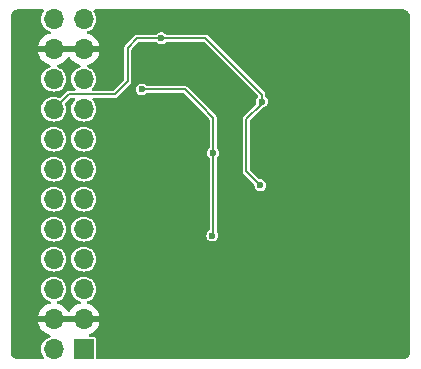
<source format=gbr>
%TF.GenerationSoftware,KiCad,Pcbnew,8.99.0-unknown-77b1d367df~178~ubuntu23.10.1*%
%TF.CreationDate,2024-11-09T00:31:48-05:00*%
%TF.ProjectId,24PinINA333,32345069-6e49-44e4-9133-33332e6b6963,rev?*%
%TF.SameCoordinates,Original*%
%TF.FileFunction,Copper,L4,Bot*%
%TF.FilePolarity,Positive*%
%FSLAX46Y46*%
G04 Gerber Fmt 4.6, Leading zero omitted, Abs format (unit mm)*
G04 Created by KiCad (PCBNEW 8.99.0-unknown-77b1d367df~178~ubuntu23.10.1) date 2024-11-09 00:31:48*
%MOMM*%
%LPD*%
G01*
G04 APERTURE LIST*
%TA.AperFunction,ComponentPad*%
%ADD10R,1.700000X1.700000*%
%TD*%
%TA.AperFunction,ComponentPad*%
%ADD11O,1.700000X1.700000*%
%TD*%
%TA.AperFunction,ViaPad*%
%ADD12C,0.600000*%
%TD*%
%TA.AperFunction,Conductor*%
%ADD13C,0.200000*%
%TD*%
G04 APERTURE END LIST*
D10*
%TO.P,J1,1,Pin_1*%
%TO.N,/SDA{slash}A4*%
X115650000Y-103975000D03*
D11*
%TO.P,J1,2,Pin_2*%
%TO.N,/SCL{slash}A5*%
X113110000Y-103975000D03*
%TO.P,J1,3,Pin_3*%
%TO.N,GND*%
X115650000Y-101435000D03*
%TO.P,J1,4,Pin_4*%
X113110000Y-101435000D03*
%TO.P,J1,5,Pin_5*%
%TO.N,/IN0+*%
X115650000Y-98895000D03*
%TO.P,J1,6,Pin_6*%
%TO.N,/VREF*%
X113110000Y-98895000D03*
%TO.P,J1,7,Pin_7*%
%TO.N,unconnected-(J1-Pin_7-Pad7)*%
X115650000Y-96355000D03*
%TO.P,J1,8,Pin_8*%
%TO.N,unconnected-(J1-Pin_8-Pad8)*%
X113110000Y-96355000D03*
%TO.P,J1,9,Pin_9*%
%TO.N,unconnected-(J1-Pin_9-Pad9)*%
X115650000Y-93815000D03*
%TO.P,J1,10,Pin_10*%
%TO.N,unconnected-(J1-Pin_10-Pad10)*%
X113110000Y-93815000D03*
%TO.P,J1,11,Pin_11*%
%TO.N,unconnected-(J1-Pin_11-Pad11)*%
X115650000Y-91275000D03*
%TO.P,J1,12,Pin_12*%
%TO.N,unconnected-(J1-Pin_12-Pad12)*%
X113110000Y-91275000D03*
%TO.P,J1,13,Pin_13*%
%TO.N,unconnected-(J1-Pin_13-Pad13)*%
X115650000Y-88735000D03*
%TO.P,J1,14,Pin_14*%
%TO.N,unconnected-(J1-Pin_14-Pad14)*%
X113110000Y-88735000D03*
%TO.P,J1,15,Pin_15*%
%TO.N,unconnected-(J1-Pin_15-Pad15)*%
X115650000Y-86195000D03*
%TO.P,J1,16,Pin_16*%
%TO.N,unconnected-(J1-Pin_16-Pad16)*%
X113110000Y-86195000D03*
%TO.P,J1,17,Pin_17*%
%TO.N,/IN6+*%
X115650000Y-83655000D03*
%TO.P,J1,18,Pin_18*%
%TO.N,/VREF*%
X113110000Y-83655000D03*
%TO.P,J1,19,Pin_19*%
%TO.N,unconnected-(J1-Pin_19-Pad19)*%
X115650000Y-81115000D03*
%TO.P,J1,20,Pin_20*%
%TO.N,unconnected-(J1-Pin_20-Pad20)*%
X113110000Y-81115000D03*
%TO.P,J1,21,Pin_21*%
%TO.N,GND*%
X115650000Y-78575000D03*
%TO.P,J1,22,Pin_22*%
X113110000Y-78575000D03*
%TO.P,J1,23,Pin_23*%
%TO.N,/A0*%
X115650000Y-76035000D03*
%TO.P,J1,24,Pin_24*%
%TO.N,VIN*%
X113110000Y-76035000D03*
%TD*%
D12*
%TO.N,VIN*%
X126540000Y-94350000D03*
X120580000Y-81980000D03*
X126600000Y-87350000D03*
%TO.N,GND*%
X135070000Y-92080000D03*
X134970000Y-85190000D03*
X117610000Y-77640000D03*
X133110000Y-90930000D03*
X122610000Y-81160000D03*
X118200000Y-76090000D03*
X127500000Y-89710000D03*
X133240000Y-83920000D03*
X118080000Y-81100000D03*
X117640000Y-78600000D03*
X127490000Y-96780000D03*
%TO.N,/VREF*%
X130610000Y-90100000D03*
X122210000Y-77650000D03*
X130730000Y-83020000D03*
%TD*%
D13*
%TO.N,VIN*%
X124220000Y-81980000D02*
X120580000Y-81980000D01*
X126600000Y-84360000D02*
X125580000Y-83340000D01*
X126600000Y-87350000D02*
X126600000Y-84360000D01*
X126600000Y-87350000D02*
X126600000Y-94290000D01*
X125580000Y-83340000D02*
X124220000Y-81980000D01*
X126600000Y-94290000D02*
X126540000Y-94350000D01*
%TO.N,/VREF*%
X130610000Y-90100000D02*
X129410000Y-88900000D01*
X130730000Y-82420000D02*
X130480000Y-82170000D01*
X114365000Y-82400000D02*
X113110000Y-83655000D01*
X130480000Y-82170000D02*
X125960000Y-77650000D01*
X119390000Y-81270000D02*
X118260000Y-82400000D01*
X130730000Y-83190000D02*
X130730000Y-83020000D01*
X118260000Y-82400000D02*
X114365000Y-82400000D01*
X129410000Y-88900000D02*
X129410000Y-84510000D01*
X120190000Y-77650000D02*
X119390000Y-78450000D01*
X119390000Y-78450000D02*
X119390000Y-81270000D01*
X130730000Y-83020000D02*
X130730000Y-82420000D01*
X122210000Y-77650000D02*
X120190000Y-77650000D01*
X125960000Y-77650000D02*
X122210000Y-77650000D01*
X129410000Y-84510000D02*
X130730000Y-83190000D01*
%TD*%
%TA.AperFunction,Conductor*%
%TO.N,GND*%
G36*
X112236643Y-75225185D02*
G01*
X112282398Y-75277989D01*
X112292342Y-75347147D01*
X112265458Y-75408164D01*
X112232317Y-75448546D01*
X112134769Y-75631043D01*
X112134768Y-75631045D01*
X112134768Y-75631046D01*
X112127898Y-75653692D01*
X112074699Y-75829067D01*
X112054417Y-76035000D01*
X112074699Y-76240932D01*
X112074700Y-76240934D01*
X112134768Y-76438954D01*
X112232315Y-76621450D01*
X112232317Y-76621452D01*
X112363589Y-76781410D01*
X112460209Y-76860702D01*
X112523550Y-76912685D01*
X112706046Y-77010232D01*
X112772551Y-77030405D01*
X112830989Y-77068702D01*
X112859446Y-77132514D01*
X112848887Y-77201581D01*
X112802663Y-77253975D01*
X112768650Y-77268841D01*
X112646514Y-77301567D01*
X112646507Y-77301570D01*
X112432422Y-77401399D01*
X112432420Y-77401400D01*
X112238926Y-77536886D01*
X112238920Y-77536891D01*
X112071891Y-77703920D01*
X112071886Y-77703926D01*
X111936400Y-77897420D01*
X111936399Y-77897422D01*
X111836570Y-78111507D01*
X111836567Y-78111513D01*
X111779364Y-78324999D01*
X111779364Y-78325000D01*
X112676988Y-78325000D01*
X112644075Y-78382007D01*
X112610000Y-78509174D01*
X112610000Y-78640826D01*
X112644075Y-78767993D01*
X112676988Y-78825000D01*
X111779364Y-78825000D01*
X111836567Y-79038486D01*
X111836570Y-79038492D01*
X111936399Y-79252578D01*
X112071894Y-79446082D01*
X112238917Y-79613105D01*
X112432421Y-79748600D01*
X112646507Y-79848429D01*
X112646516Y-79848433D01*
X112768649Y-79881158D01*
X112828310Y-79917523D01*
X112858839Y-79980369D01*
X112850545Y-80049745D01*
X112806059Y-80103623D01*
X112772552Y-80119593D01*
X112706046Y-80139767D01*
X112575358Y-80209622D01*
X112523550Y-80237315D01*
X112523548Y-80237316D01*
X112523547Y-80237317D01*
X112363589Y-80368589D01*
X112232317Y-80528547D01*
X112134769Y-80711043D01*
X112074699Y-80909067D01*
X112054417Y-81115000D01*
X112074699Y-81320932D01*
X112074700Y-81320934D01*
X112134768Y-81518954D01*
X112232315Y-81701450D01*
X112263575Y-81739541D01*
X112363589Y-81861410D01*
X112403663Y-81894297D01*
X112523550Y-81992685D01*
X112706046Y-82090232D01*
X112904066Y-82150300D01*
X112904065Y-82150300D01*
X112922529Y-82152118D01*
X113110000Y-82170583D01*
X113315934Y-82150300D01*
X113513954Y-82090232D01*
X113696450Y-81992685D01*
X113856410Y-81861410D01*
X113987685Y-81701450D01*
X114085232Y-81518954D01*
X114145300Y-81320934D01*
X114165583Y-81115000D01*
X114145300Y-80909066D01*
X114085232Y-80711046D01*
X113987685Y-80528550D01*
X113935702Y-80465209D01*
X113856410Y-80368589D01*
X113696452Y-80237317D01*
X113696453Y-80237317D01*
X113696450Y-80237315D01*
X113513954Y-80139768D01*
X113447447Y-80119593D01*
X113389009Y-80081296D01*
X113360553Y-80017484D01*
X113371113Y-79948417D01*
X113417337Y-79896023D01*
X113451350Y-79881158D01*
X113573483Y-79848433D01*
X113573492Y-79848429D01*
X113787578Y-79748600D01*
X113981082Y-79613105D01*
X114148105Y-79446082D01*
X114278425Y-79259968D01*
X114333002Y-79216344D01*
X114402501Y-79209151D01*
X114464855Y-79240673D01*
X114481575Y-79259968D01*
X114611894Y-79446082D01*
X114778917Y-79613105D01*
X114972421Y-79748600D01*
X115186507Y-79848429D01*
X115186516Y-79848433D01*
X115308649Y-79881158D01*
X115368310Y-79917523D01*
X115398839Y-79980369D01*
X115390545Y-80049745D01*
X115346059Y-80103623D01*
X115312552Y-80119593D01*
X115246046Y-80139767D01*
X115115358Y-80209622D01*
X115063550Y-80237315D01*
X115063548Y-80237316D01*
X115063547Y-80237317D01*
X114903589Y-80368589D01*
X114772317Y-80528547D01*
X114674769Y-80711043D01*
X114614699Y-80909067D01*
X114594417Y-81115000D01*
X114614699Y-81320932D01*
X114614700Y-81320934D01*
X114674768Y-81518954D01*
X114772315Y-81701450D01*
X114884003Y-81837543D01*
X114903590Y-81861410D01*
X114925811Y-81879647D01*
X114965145Y-81937393D01*
X114967016Y-82007237D01*
X114930828Y-82067006D01*
X114868072Y-82097721D01*
X114847146Y-82099500D01*
X114325438Y-82099500D01*
X114294867Y-82107691D01*
X114249008Y-82119979D01*
X114249005Y-82119981D01*
X114214371Y-82139978D01*
X114214370Y-82139979D01*
X114204303Y-82145790D01*
X114180489Y-82159539D01*
X114180487Y-82159541D01*
X113674326Y-82665701D01*
X113613003Y-82699186D01*
X113543311Y-82694202D01*
X113528193Y-82687379D01*
X113513956Y-82679769D01*
X113513955Y-82679768D01*
X113513954Y-82679768D01*
X113315934Y-82619700D01*
X113315932Y-82619699D01*
X113315934Y-82619699D01*
X113110000Y-82599417D01*
X112904067Y-82619699D01*
X112706043Y-82679769D01*
X112599312Y-82736819D01*
X112523550Y-82777315D01*
X112523548Y-82777316D01*
X112523547Y-82777317D01*
X112363589Y-82908589D01*
X112232317Y-83068547D01*
X112232315Y-83068550D01*
X112193643Y-83140898D01*
X112134769Y-83251043D01*
X112074699Y-83449067D01*
X112054417Y-83655000D01*
X112074699Y-83860932D01*
X112074700Y-83860934D01*
X112134768Y-84058954D01*
X112232315Y-84241450D01*
X112232317Y-84241452D01*
X112363589Y-84401410D01*
X112460209Y-84480702D01*
X112523550Y-84532685D01*
X112706046Y-84630232D01*
X112904066Y-84690300D01*
X112904065Y-84690300D01*
X112922529Y-84692118D01*
X113110000Y-84710583D01*
X113315934Y-84690300D01*
X113513954Y-84630232D01*
X113696450Y-84532685D01*
X113856410Y-84401410D01*
X113987685Y-84241450D01*
X114085232Y-84058954D01*
X114145300Y-83860934D01*
X114165583Y-83655000D01*
X114145300Y-83449066D01*
X114085232Y-83251046D01*
X114077620Y-83236806D01*
X114063379Y-83168404D01*
X114088379Y-83103160D01*
X114099298Y-83090672D01*
X114453152Y-82736819D01*
X114514475Y-82703334D01*
X114540833Y-82700500D01*
X114812317Y-82700500D01*
X114879356Y-82720185D01*
X114925111Y-82772989D01*
X114935055Y-82842147D01*
X114907024Y-82903526D01*
X114907455Y-82903880D01*
X114906119Y-82905507D01*
X114906030Y-82905703D01*
X114905430Y-82906346D01*
X114772317Y-83068547D01*
X114772315Y-83068550D01*
X114733643Y-83140898D01*
X114674769Y-83251043D01*
X114614699Y-83449067D01*
X114594417Y-83655000D01*
X114614699Y-83860932D01*
X114614700Y-83860934D01*
X114674768Y-84058954D01*
X114772315Y-84241450D01*
X114772317Y-84241452D01*
X114903589Y-84401410D01*
X115000209Y-84480702D01*
X115063550Y-84532685D01*
X115246046Y-84630232D01*
X115444066Y-84690300D01*
X115444065Y-84690300D01*
X115462529Y-84692118D01*
X115650000Y-84710583D01*
X115855934Y-84690300D01*
X116053954Y-84630232D01*
X116236450Y-84532685D01*
X116396410Y-84401410D01*
X116527685Y-84241450D01*
X116625232Y-84058954D01*
X116685300Y-83860934D01*
X116705583Y-83655000D01*
X116685300Y-83449066D01*
X116625232Y-83251046D01*
X116527685Y-83068550D01*
X116396410Y-82908590D01*
X116396411Y-82908590D01*
X116392545Y-82903880D01*
X116394564Y-82902222D01*
X116366517Y-82850858D01*
X116371501Y-82781166D01*
X116413373Y-82725233D01*
X116478837Y-82700816D01*
X116487683Y-82700500D01*
X118299560Y-82700500D01*
X118299562Y-82700500D01*
X118375989Y-82680021D01*
X118444511Y-82640460D01*
X118500460Y-82584511D01*
X119104971Y-81980000D01*
X120074353Y-81980000D01*
X120094834Y-82122456D01*
X120146458Y-82235495D01*
X120154623Y-82253373D01*
X120248872Y-82362143D01*
X120369947Y-82439953D01*
X120369950Y-82439954D01*
X120369949Y-82439954D01*
X120508036Y-82480499D01*
X120508038Y-82480500D01*
X120508039Y-82480500D01*
X120651962Y-82480500D01*
X120651962Y-82480499D01*
X120790053Y-82439953D01*
X120911128Y-82362143D01*
X120944788Y-82323296D01*
X121003567Y-82285523D01*
X121038501Y-82280500D01*
X124044167Y-82280500D01*
X124111206Y-82300185D01*
X124131848Y-82316819D01*
X126263181Y-84448152D01*
X126296666Y-84509475D01*
X126299500Y-84535833D01*
X126299500Y-86886260D01*
X126279815Y-86953299D01*
X126269213Y-86967462D01*
X126174625Y-87076622D01*
X126174622Y-87076628D01*
X126114834Y-87207543D01*
X126094353Y-87350000D01*
X126114834Y-87492456D01*
X126174622Y-87623371D01*
X126174623Y-87623373D01*
X126268872Y-87732143D01*
X126268875Y-87732144D01*
X126269213Y-87732535D01*
X126298238Y-87796091D01*
X126299500Y-87813738D01*
X126299500Y-93841905D01*
X126279815Y-93908944D01*
X126242540Y-93946219D01*
X126228092Y-93955505D01*
X126208873Y-93967856D01*
X126114623Y-94076626D01*
X126114622Y-94076628D01*
X126054834Y-94207543D01*
X126034353Y-94350000D01*
X126054834Y-94492456D01*
X126086325Y-94561410D01*
X126114623Y-94623373D01*
X126208872Y-94732143D01*
X126329947Y-94809953D01*
X126329950Y-94809954D01*
X126329949Y-94809954D01*
X126468036Y-94850499D01*
X126468038Y-94850500D01*
X126468039Y-94850500D01*
X126611962Y-94850500D01*
X126611962Y-94850499D01*
X126750053Y-94809953D01*
X126871128Y-94732143D01*
X126965377Y-94623373D01*
X127025165Y-94492457D01*
X127045647Y-94350000D01*
X127025165Y-94207543D01*
X126965377Y-94076627D01*
X126930786Y-94036706D01*
X126901762Y-93973152D01*
X126900500Y-93955505D01*
X126900500Y-87813738D01*
X126920185Y-87746699D01*
X126930787Y-87732535D01*
X126931124Y-87732144D01*
X126931128Y-87732143D01*
X127025377Y-87623373D01*
X127085165Y-87492457D01*
X127105647Y-87350000D01*
X127085165Y-87207543D01*
X127025377Y-87076627D01*
X127025375Y-87076625D01*
X127025374Y-87076622D01*
X126930787Y-86967462D01*
X126901762Y-86903906D01*
X126900500Y-86886260D01*
X126900500Y-84320439D01*
X126900500Y-84320438D01*
X126880021Y-84244011D01*
X126878542Y-84241450D01*
X126840464Y-84175495D01*
X126840458Y-84175487D01*
X124404512Y-81739541D01*
X124404504Y-81739535D01*
X124335995Y-81699982D01*
X124335990Y-81699979D01*
X124310513Y-81693152D01*
X124259562Y-81679500D01*
X124259560Y-81679500D01*
X121038501Y-81679500D01*
X120971462Y-81659815D01*
X120944788Y-81636703D01*
X120911128Y-81597857D01*
X120790053Y-81520047D01*
X120790051Y-81520046D01*
X120790049Y-81520045D01*
X120790050Y-81520045D01*
X120651963Y-81479500D01*
X120651961Y-81479500D01*
X120508039Y-81479500D01*
X120508036Y-81479500D01*
X120369949Y-81520045D01*
X120248873Y-81597856D01*
X120154623Y-81706626D01*
X120154622Y-81706628D01*
X120094834Y-81837543D01*
X120074353Y-81980000D01*
X119104971Y-81980000D01*
X119630460Y-81454511D01*
X119670021Y-81385989D01*
X119690500Y-81309562D01*
X119690500Y-78625833D01*
X119710185Y-78558794D01*
X119726819Y-78538152D01*
X120278152Y-77986819D01*
X120339475Y-77953334D01*
X120365833Y-77950500D01*
X121751499Y-77950500D01*
X121818538Y-77970185D01*
X121845211Y-77993296D01*
X121878872Y-78032143D01*
X121999947Y-78109953D01*
X121999950Y-78109954D01*
X121999949Y-78109954D01*
X122138036Y-78150499D01*
X122138038Y-78150500D01*
X122138039Y-78150500D01*
X122281962Y-78150500D01*
X122281962Y-78150499D01*
X122420053Y-78109953D01*
X122541128Y-78032143D01*
X122574788Y-77993296D01*
X122633567Y-77955523D01*
X122668501Y-77950500D01*
X125784167Y-77950500D01*
X125851206Y-77970185D01*
X125871848Y-77986819D01*
X130374809Y-82489780D01*
X130408294Y-82551103D01*
X130403310Y-82620795D01*
X130380842Y-82658662D01*
X130304625Y-82746622D01*
X130304622Y-82746628D01*
X130244834Y-82877543D01*
X130224353Y-83020000D01*
X130246097Y-83171235D01*
X130244021Y-83171533D01*
X130244020Y-83229558D01*
X130212725Y-83282302D01*
X129225489Y-84269540D01*
X129169541Y-84325487D01*
X129169535Y-84325495D01*
X129129982Y-84394004D01*
X129129979Y-84394009D01*
X129127996Y-84401410D01*
X129109500Y-84470438D01*
X129109500Y-88939562D01*
X129109868Y-88940934D01*
X129129979Y-89015990D01*
X129129982Y-89015995D01*
X129169535Y-89084504D01*
X129169541Y-89084512D01*
X130070604Y-89985575D01*
X130104089Y-90046898D01*
X130105661Y-90090902D01*
X130104353Y-90099999D01*
X130124834Y-90242456D01*
X130184622Y-90373371D01*
X130184623Y-90373373D01*
X130278872Y-90482143D01*
X130399947Y-90559953D01*
X130399950Y-90559954D01*
X130399949Y-90559954D01*
X130538036Y-90600499D01*
X130538038Y-90600500D01*
X130538039Y-90600500D01*
X130681962Y-90600500D01*
X130681962Y-90600499D01*
X130820053Y-90559953D01*
X130941128Y-90482143D01*
X131035377Y-90373373D01*
X131095165Y-90242457D01*
X131115647Y-90100000D01*
X131095165Y-89957543D01*
X131035377Y-89826627D01*
X130941128Y-89717857D01*
X130820053Y-89640047D01*
X130820051Y-89640046D01*
X130820049Y-89640045D01*
X130820050Y-89640045D01*
X130681963Y-89599500D01*
X130681961Y-89599500D01*
X130585833Y-89599500D01*
X130518794Y-89579815D01*
X130498152Y-89563181D01*
X129746819Y-88811848D01*
X129713334Y-88750525D01*
X129710500Y-88724167D01*
X129710500Y-84685832D01*
X129730185Y-84618793D01*
X129746814Y-84598155D01*
X130811449Y-83533520D01*
X130864192Y-83502227D01*
X130940053Y-83479953D01*
X131061128Y-83402143D01*
X131155377Y-83293373D01*
X131215165Y-83162457D01*
X131235647Y-83020000D01*
X131215165Y-82877543D01*
X131155377Y-82746627D01*
X131155375Y-82746625D01*
X131155374Y-82746622D01*
X131060787Y-82637462D01*
X131031762Y-82573906D01*
X131030500Y-82556260D01*
X131030500Y-82380439D01*
X131030500Y-82380438D01*
X131010021Y-82304011D01*
X130996447Y-82280500D01*
X130970464Y-82235495D01*
X130970458Y-82235487D01*
X126144512Y-77409541D01*
X126144504Y-77409535D01*
X126075995Y-77369982D01*
X126075990Y-77369979D01*
X126050513Y-77363152D01*
X125999562Y-77349500D01*
X125999560Y-77349500D01*
X122668501Y-77349500D01*
X122601462Y-77329815D01*
X122574788Y-77306703D01*
X122570338Y-77301567D01*
X122541128Y-77267857D01*
X122420053Y-77190047D01*
X122420051Y-77190046D01*
X122420049Y-77190045D01*
X122420050Y-77190045D01*
X122281963Y-77149500D01*
X122281961Y-77149500D01*
X122138039Y-77149500D01*
X122138036Y-77149500D01*
X121999949Y-77190045D01*
X121878873Y-77267856D01*
X121845212Y-77306703D01*
X121786433Y-77344477D01*
X121751499Y-77349500D01*
X120150438Y-77349500D01*
X120112224Y-77359739D01*
X120074009Y-77369979D01*
X120074004Y-77369982D01*
X120005495Y-77409535D01*
X120005487Y-77409541D01*
X119149541Y-78265487D01*
X119149535Y-78265495D01*
X119109982Y-78334004D01*
X119109979Y-78334009D01*
X119089500Y-78410439D01*
X119089500Y-81094167D01*
X119069815Y-81161206D01*
X119053181Y-81181848D01*
X118171848Y-82063181D01*
X118110525Y-82096666D01*
X118084167Y-82099500D01*
X116452854Y-82099500D01*
X116385815Y-82079815D01*
X116340060Y-82027011D01*
X116330116Y-81957853D01*
X116359141Y-81894297D01*
X116374189Y-81879647D01*
X116385190Y-81870617D01*
X116396410Y-81861410D01*
X116527685Y-81701450D01*
X116625232Y-81518954D01*
X116685300Y-81320934D01*
X116705583Y-81115000D01*
X116685300Y-80909066D01*
X116625232Y-80711046D01*
X116527685Y-80528550D01*
X116475702Y-80465209D01*
X116396410Y-80368589D01*
X116236452Y-80237317D01*
X116236453Y-80237317D01*
X116236450Y-80237315D01*
X116053954Y-80139768D01*
X115987447Y-80119593D01*
X115929009Y-80081296D01*
X115900553Y-80017484D01*
X115911113Y-79948417D01*
X115957337Y-79896023D01*
X115991350Y-79881158D01*
X116113483Y-79848433D01*
X116113492Y-79848429D01*
X116327578Y-79748600D01*
X116521082Y-79613105D01*
X116688105Y-79446082D01*
X116823600Y-79252578D01*
X116923429Y-79038492D01*
X116923432Y-79038486D01*
X116980636Y-78825000D01*
X116083012Y-78825000D01*
X116115925Y-78767993D01*
X116150000Y-78640826D01*
X116150000Y-78509174D01*
X116115925Y-78382007D01*
X116083012Y-78325000D01*
X116980636Y-78325000D01*
X116980635Y-78324999D01*
X116923432Y-78111513D01*
X116923429Y-78111507D01*
X116823600Y-77897422D01*
X116823599Y-77897420D01*
X116688113Y-77703926D01*
X116688108Y-77703920D01*
X116521082Y-77536894D01*
X116327578Y-77401399D01*
X116113492Y-77301570D01*
X116113486Y-77301567D01*
X115991349Y-77268841D01*
X115931689Y-77232476D01*
X115901160Y-77169629D01*
X115909455Y-77100253D01*
X115953940Y-77046375D01*
X115987444Y-77030407D01*
X116053954Y-77010232D01*
X116236450Y-76912685D01*
X116396410Y-76781410D01*
X116527685Y-76621450D01*
X116625232Y-76438954D01*
X116685300Y-76240934D01*
X116705583Y-76035000D01*
X116685300Y-75829066D01*
X116625232Y-75631046D01*
X116527685Y-75448550D01*
X116527682Y-75448546D01*
X116494542Y-75408164D01*
X116467230Y-75343854D01*
X116479022Y-75274986D01*
X116526174Y-75223427D01*
X116590396Y-75205500D01*
X142679108Y-75205500D01*
X142738038Y-75205500D01*
X142751922Y-75206280D01*
X142842266Y-75216459D01*
X142869331Y-75222636D01*
X142948540Y-75250352D01*
X142973553Y-75262398D01*
X143044606Y-75307043D01*
X143066313Y-75324355D01*
X143125644Y-75383686D01*
X143142957Y-75405395D01*
X143187600Y-75476444D01*
X143199648Y-75501462D01*
X143227362Y-75580666D01*
X143233540Y-75607735D01*
X143243720Y-75698076D01*
X143244500Y-75711961D01*
X143244500Y-104298038D01*
X143243720Y-104311923D01*
X143233540Y-104402264D01*
X143227362Y-104429333D01*
X143199648Y-104508537D01*
X143187600Y-104533555D01*
X143142957Y-104604604D01*
X143125644Y-104626313D01*
X143066313Y-104685644D01*
X143044604Y-104702957D01*
X142973555Y-104747600D01*
X142948537Y-104759648D01*
X142869333Y-104787362D01*
X142842264Y-104793540D01*
X142762075Y-104802576D01*
X142751921Y-104803720D01*
X142738038Y-104804500D01*
X116824500Y-104804500D01*
X116757461Y-104784815D01*
X116711706Y-104732011D01*
X116700500Y-104680500D01*
X116700500Y-103105249D01*
X116700499Y-103105247D01*
X116688868Y-103046770D01*
X116688867Y-103046769D01*
X116644552Y-102980447D01*
X116578230Y-102936132D01*
X116578229Y-102936131D01*
X116519752Y-102924500D01*
X116519748Y-102924500D01*
X116209457Y-102924500D01*
X116142418Y-102904815D01*
X116096663Y-102852011D01*
X116086719Y-102782853D01*
X116115744Y-102719297D01*
X116157052Y-102688118D01*
X116327578Y-102608600D01*
X116521082Y-102473105D01*
X116688105Y-102306082D01*
X116823600Y-102112578D01*
X116923429Y-101898492D01*
X116923432Y-101898486D01*
X116980636Y-101685000D01*
X116083012Y-101685000D01*
X116115925Y-101627993D01*
X116150000Y-101500826D01*
X116150000Y-101369174D01*
X116115925Y-101242007D01*
X116083012Y-101185000D01*
X116980636Y-101185000D01*
X116980635Y-101184999D01*
X116923432Y-100971513D01*
X116923429Y-100971507D01*
X116823600Y-100757422D01*
X116823599Y-100757420D01*
X116688113Y-100563926D01*
X116688108Y-100563920D01*
X116521082Y-100396894D01*
X116327578Y-100261399D01*
X116113492Y-100161570D01*
X116113486Y-100161567D01*
X115991349Y-100128841D01*
X115931689Y-100092476D01*
X115901160Y-100029629D01*
X115909455Y-99960253D01*
X115953940Y-99906375D01*
X115987444Y-99890407D01*
X116053954Y-99870232D01*
X116236450Y-99772685D01*
X116396410Y-99641410D01*
X116527685Y-99481450D01*
X116625232Y-99298954D01*
X116685300Y-99100934D01*
X116705583Y-98895000D01*
X116685300Y-98689066D01*
X116625232Y-98491046D01*
X116527685Y-98308550D01*
X116475702Y-98245209D01*
X116396410Y-98148589D01*
X116236452Y-98017317D01*
X116236453Y-98017317D01*
X116236450Y-98017315D01*
X116053954Y-97919768D01*
X115855934Y-97859700D01*
X115855932Y-97859699D01*
X115855934Y-97859699D01*
X115650000Y-97839417D01*
X115444067Y-97859699D01*
X115246043Y-97919769D01*
X115135898Y-97978643D01*
X115063550Y-98017315D01*
X115063548Y-98017316D01*
X115063547Y-98017317D01*
X114903589Y-98148589D01*
X114772317Y-98308547D01*
X114674769Y-98491043D01*
X114614699Y-98689067D01*
X114594417Y-98895000D01*
X114614699Y-99100932D01*
X114614700Y-99100934D01*
X114674768Y-99298954D01*
X114772315Y-99481450D01*
X114772317Y-99481452D01*
X114903589Y-99641410D01*
X115000209Y-99720702D01*
X115063550Y-99772685D01*
X115246046Y-99870232D01*
X115312551Y-99890405D01*
X115370989Y-99928702D01*
X115399446Y-99992514D01*
X115388887Y-100061581D01*
X115342663Y-100113975D01*
X115308650Y-100128841D01*
X115186514Y-100161567D01*
X115186507Y-100161570D01*
X114972422Y-100261399D01*
X114972420Y-100261400D01*
X114778926Y-100396886D01*
X114778920Y-100396891D01*
X114611891Y-100563920D01*
X114611890Y-100563922D01*
X114481575Y-100750031D01*
X114426998Y-100793655D01*
X114357499Y-100800848D01*
X114295145Y-100769326D01*
X114278425Y-100750031D01*
X114148109Y-100563922D01*
X114148108Y-100563920D01*
X113981082Y-100396894D01*
X113787578Y-100261399D01*
X113573492Y-100161570D01*
X113573486Y-100161567D01*
X113451349Y-100128841D01*
X113391689Y-100092476D01*
X113361160Y-100029629D01*
X113369455Y-99960253D01*
X113413940Y-99906375D01*
X113447444Y-99890407D01*
X113513954Y-99870232D01*
X113696450Y-99772685D01*
X113856410Y-99641410D01*
X113987685Y-99481450D01*
X114085232Y-99298954D01*
X114145300Y-99100934D01*
X114165583Y-98895000D01*
X114145300Y-98689066D01*
X114085232Y-98491046D01*
X113987685Y-98308550D01*
X113935702Y-98245209D01*
X113856410Y-98148589D01*
X113696452Y-98017317D01*
X113696453Y-98017317D01*
X113696450Y-98017315D01*
X113513954Y-97919768D01*
X113315934Y-97859700D01*
X113315932Y-97859699D01*
X113315934Y-97859699D01*
X113110000Y-97839417D01*
X112904067Y-97859699D01*
X112706043Y-97919769D01*
X112595898Y-97978643D01*
X112523550Y-98017315D01*
X112523548Y-98017316D01*
X112523547Y-98017317D01*
X112363589Y-98148589D01*
X112232317Y-98308547D01*
X112134769Y-98491043D01*
X112074699Y-98689067D01*
X112054417Y-98895000D01*
X112074699Y-99100932D01*
X112074700Y-99100934D01*
X112134768Y-99298954D01*
X112232315Y-99481450D01*
X112232317Y-99481452D01*
X112363589Y-99641410D01*
X112460209Y-99720702D01*
X112523550Y-99772685D01*
X112706046Y-99870232D01*
X112772551Y-99890405D01*
X112830989Y-99928702D01*
X112859446Y-99992514D01*
X112848887Y-100061581D01*
X112802663Y-100113975D01*
X112768650Y-100128841D01*
X112646514Y-100161567D01*
X112646507Y-100161570D01*
X112432422Y-100261399D01*
X112432420Y-100261400D01*
X112238926Y-100396886D01*
X112238920Y-100396891D01*
X112071891Y-100563920D01*
X112071886Y-100563926D01*
X111936400Y-100757420D01*
X111936399Y-100757422D01*
X111836570Y-100971507D01*
X111836567Y-100971513D01*
X111779364Y-101184999D01*
X111779364Y-101185000D01*
X112676988Y-101185000D01*
X112644075Y-101242007D01*
X112610000Y-101369174D01*
X112610000Y-101500826D01*
X112644075Y-101627993D01*
X112676988Y-101685000D01*
X111779364Y-101685000D01*
X111836567Y-101898486D01*
X111836570Y-101898492D01*
X111936399Y-102112578D01*
X112071894Y-102306082D01*
X112238917Y-102473105D01*
X112432421Y-102608600D01*
X112646507Y-102708429D01*
X112646516Y-102708433D01*
X112768649Y-102741158D01*
X112828310Y-102777523D01*
X112858839Y-102840369D01*
X112850545Y-102909745D01*
X112806059Y-102963623D01*
X112772552Y-102979593D01*
X112706046Y-102999767D01*
X112618112Y-103046770D01*
X112523550Y-103097315D01*
X112523548Y-103097316D01*
X112523547Y-103097317D01*
X112363589Y-103228589D01*
X112232317Y-103388547D01*
X112134769Y-103571043D01*
X112074699Y-103769067D01*
X112054417Y-103975000D01*
X112074699Y-104180932D01*
X112074700Y-104180934D01*
X112134768Y-104378954D01*
X112211081Y-104521725D01*
X112232317Y-104561453D01*
X112265458Y-104601836D01*
X112292770Y-104666146D01*
X112280978Y-104735014D01*
X112233826Y-104786573D01*
X112169604Y-104804500D01*
X110016962Y-104804500D01*
X110003078Y-104803720D01*
X109990553Y-104802308D01*
X109912735Y-104793540D01*
X109885666Y-104787362D01*
X109806462Y-104759648D01*
X109781444Y-104747600D01*
X109710395Y-104702957D01*
X109688686Y-104685644D01*
X109629355Y-104626313D01*
X109612042Y-104604604D01*
X109584928Y-104561453D01*
X109567398Y-104533553D01*
X109555351Y-104508537D01*
X109527637Y-104429333D01*
X109521459Y-104402263D01*
X109511280Y-104311922D01*
X109510500Y-104298038D01*
X109510500Y-96355000D01*
X112054417Y-96355000D01*
X112074699Y-96560932D01*
X112074700Y-96560934D01*
X112134768Y-96758954D01*
X112232315Y-96941450D01*
X112232317Y-96941452D01*
X112363589Y-97101410D01*
X112460209Y-97180702D01*
X112523550Y-97232685D01*
X112706046Y-97330232D01*
X112904066Y-97390300D01*
X112904065Y-97390300D01*
X112922529Y-97392118D01*
X113110000Y-97410583D01*
X113315934Y-97390300D01*
X113513954Y-97330232D01*
X113696450Y-97232685D01*
X113856410Y-97101410D01*
X113987685Y-96941450D01*
X114085232Y-96758954D01*
X114145300Y-96560934D01*
X114165583Y-96355000D01*
X114594417Y-96355000D01*
X114614699Y-96560932D01*
X114614700Y-96560934D01*
X114674768Y-96758954D01*
X114772315Y-96941450D01*
X114772317Y-96941452D01*
X114903589Y-97101410D01*
X115000209Y-97180702D01*
X115063550Y-97232685D01*
X115246046Y-97330232D01*
X115444066Y-97390300D01*
X115444065Y-97390300D01*
X115462529Y-97392118D01*
X115650000Y-97410583D01*
X115855934Y-97390300D01*
X116053954Y-97330232D01*
X116236450Y-97232685D01*
X116396410Y-97101410D01*
X116527685Y-96941450D01*
X116625232Y-96758954D01*
X116685300Y-96560934D01*
X116705583Y-96355000D01*
X116685300Y-96149066D01*
X116625232Y-95951046D01*
X116527685Y-95768550D01*
X116475702Y-95705209D01*
X116396410Y-95608589D01*
X116236452Y-95477317D01*
X116236453Y-95477317D01*
X116236450Y-95477315D01*
X116053954Y-95379768D01*
X115855934Y-95319700D01*
X115855932Y-95319699D01*
X115855934Y-95319699D01*
X115650000Y-95299417D01*
X115444067Y-95319699D01*
X115246043Y-95379769D01*
X115135898Y-95438643D01*
X115063550Y-95477315D01*
X115063548Y-95477316D01*
X115063547Y-95477317D01*
X114903589Y-95608589D01*
X114772317Y-95768547D01*
X114674769Y-95951043D01*
X114614699Y-96149067D01*
X114594417Y-96355000D01*
X114165583Y-96355000D01*
X114145300Y-96149066D01*
X114085232Y-95951046D01*
X113987685Y-95768550D01*
X113935702Y-95705209D01*
X113856410Y-95608589D01*
X113696452Y-95477317D01*
X113696453Y-95477317D01*
X113696450Y-95477315D01*
X113513954Y-95379768D01*
X113315934Y-95319700D01*
X113315932Y-95319699D01*
X113315934Y-95319699D01*
X113110000Y-95299417D01*
X112904067Y-95319699D01*
X112706043Y-95379769D01*
X112595898Y-95438643D01*
X112523550Y-95477315D01*
X112523548Y-95477316D01*
X112523547Y-95477317D01*
X112363589Y-95608589D01*
X112232317Y-95768547D01*
X112134769Y-95951043D01*
X112074699Y-96149067D01*
X112054417Y-96355000D01*
X109510500Y-96355000D01*
X109510500Y-93815000D01*
X112054417Y-93815000D01*
X112074699Y-94020932D01*
X112074700Y-94020934D01*
X112134768Y-94218954D01*
X112232315Y-94401450D01*
X112232317Y-94401452D01*
X112363589Y-94561410D01*
X112460209Y-94640702D01*
X112523550Y-94692685D01*
X112706046Y-94790232D01*
X112904066Y-94850300D01*
X112904065Y-94850300D01*
X112922529Y-94852118D01*
X113110000Y-94870583D01*
X113315934Y-94850300D01*
X113513954Y-94790232D01*
X113696450Y-94692685D01*
X113856410Y-94561410D01*
X113987685Y-94401450D01*
X114085232Y-94218954D01*
X114145300Y-94020934D01*
X114165583Y-93815000D01*
X114594417Y-93815000D01*
X114614699Y-94020932D01*
X114614700Y-94020934D01*
X114674768Y-94218954D01*
X114772315Y-94401450D01*
X114772317Y-94401452D01*
X114903589Y-94561410D01*
X115000209Y-94640702D01*
X115063550Y-94692685D01*
X115246046Y-94790232D01*
X115444066Y-94850300D01*
X115444065Y-94850300D01*
X115462529Y-94852118D01*
X115650000Y-94870583D01*
X115855934Y-94850300D01*
X116053954Y-94790232D01*
X116236450Y-94692685D01*
X116396410Y-94561410D01*
X116527685Y-94401450D01*
X116625232Y-94218954D01*
X116685300Y-94020934D01*
X116705583Y-93815000D01*
X116685300Y-93609066D01*
X116625232Y-93411046D01*
X116527685Y-93228550D01*
X116475702Y-93165209D01*
X116396410Y-93068589D01*
X116236452Y-92937317D01*
X116236453Y-92937317D01*
X116236450Y-92937315D01*
X116053954Y-92839768D01*
X115855934Y-92779700D01*
X115855932Y-92779699D01*
X115855934Y-92779699D01*
X115650000Y-92759417D01*
X115444067Y-92779699D01*
X115246043Y-92839769D01*
X115135898Y-92898643D01*
X115063550Y-92937315D01*
X115063548Y-92937316D01*
X115063547Y-92937317D01*
X114903589Y-93068589D01*
X114772317Y-93228547D01*
X114674769Y-93411043D01*
X114614699Y-93609067D01*
X114594417Y-93815000D01*
X114165583Y-93815000D01*
X114145300Y-93609066D01*
X114085232Y-93411046D01*
X113987685Y-93228550D01*
X113935702Y-93165209D01*
X113856410Y-93068589D01*
X113696452Y-92937317D01*
X113696453Y-92937317D01*
X113696450Y-92937315D01*
X113513954Y-92839768D01*
X113315934Y-92779700D01*
X113315932Y-92779699D01*
X113315934Y-92779699D01*
X113110000Y-92759417D01*
X112904067Y-92779699D01*
X112706043Y-92839769D01*
X112595898Y-92898643D01*
X112523550Y-92937315D01*
X112523548Y-92937316D01*
X112523547Y-92937317D01*
X112363589Y-93068589D01*
X112232317Y-93228547D01*
X112134769Y-93411043D01*
X112074699Y-93609067D01*
X112054417Y-93815000D01*
X109510500Y-93815000D01*
X109510500Y-91275000D01*
X112054417Y-91275000D01*
X112074699Y-91480932D01*
X112074700Y-91480934D01*
X112134768Y-91678954D01*
X112232315Y-91861450D01*
X112232317Y-91861452D01*
X112363589Y-92021410D01*
X112460209Y-92100702D01*
X112523550Y-92152685D01*
X112706046Y-92250232D01*
X112904066Y-92310300D01*
X112904065Y-92310300D01*
X112922529Y-92312118D01*
X113110000Y-92330583D01*
X113315934Y-92310300D01*
X113513954Y-92250232D01*
X113696450Y-92152685D01*
X113856410Y-92021410D01*
X113987685Y-91861450D01*
X114085232Y-91678954D01*
X114145300Y-91480934D01*
X114165583Y-91275000D01*
X114594417Y-91275000D01*
X114614699Y-91480932D01*
X114614700Y-91480934D01*
X114674768Y-91678954D01*
X114772315Y-91861450D01*
X114772317Y-91861452D01*
X114903589Y-92021410D01*
X115000209Y-92100702D01*
X115063550Y-92152685D01*
X115246046Y-92250232D01*
X115444066Y-92310300D01*
X115444065Y-92310300D01*
X115462529Y-92312118D01*
X115650000Y-92330583D01*
X115855934Y-92310300D01*
X116053954Y-92250232D01*
X116236450Y-92152685D01*
X116396410Y-92021410D01*
X116527685Y-91861450D01*
X116625232Y-91678954D01*
X116685300Y-91480934D01*
X116705583Y-91275000D01*
X116685300Y-91069066D01*
X116625232Y-90871046D01*
X116527685Y-90688550D01*
X116422149Y-90559953D01*
X116396410Y-90528589D01*
X116236452Y-90397317D01*
X116236453Y-90397317D01*
X116236450Y-90397315D01*
X116053954Y-90299768D01*
X115855934Y-90239700D01*
X115855932Y-90239699D01*
X115855934Y-90239699D01*
X115650000Y-90219417D01*
X115444067Y-90239699D01*
X115246043Y-90299769D01*
X115135898Y-90358643D01*
X115063550Y-90397315D01*
X115063548Y-90397316D01*
X115063547Y-90397317D01*
X114903589Y-90528589D01*
X114772317Y-90688547D01*
X114674769Y-90871043D01*
X114614699Y-91069067D01*
X114594417Y-91275000D01*
X114165583Y-91275000D01*
X114145300Y-91069066D01*
X114085232Y-90871046D01*
X113987685Y-90688550D01*
X113882149Y-90559953D01*
X113856410Y-90528589D01*
X113696452Y-90397317D01*
X113696453Y-90397317D01*
X113696450Y-90397315D01*
X113513954Y-90299768D01*
X113315934Y-90239700D01*
X113315932Y-90239699D01*
X113315934Y-90239699D01*
X113110000Y-90219417D01*
X112904067Y-90239699D01*
X112706043Y-90299769D01*
X112595898Y-90358643D01*
X112523550Y-90397315D01*
X112523548Y-90397316D01*
X112523547Y-90397317D01*
X112363589Y-90528589D01*
X112232317Y-90688547D01*
X112134769Y-90871043D01*
X112074699Y-91069067D01*
X112054417Y-91275000D01*
X109510500Y-91275000D01*
X109510500Y-88735000D01*
X112054417Y-88735000D01*
X112074699Y-88940932D01*
X112074700Y-88940934D01*
X112134768Y-89138954D01*
X112232315Y-89321450D01*
X112232317Y-89321452D01*
X112363589Y-89481410D01*
X112460209Y-89560702D01*
X112523550Y-89612685D01*
X112706046Y-89710232D01*
X112904066Y-89770300D01*
X112904065Y-89770300D01*
X112922529Y-89772118D01*
X113110000Y-89790583D01*
X113315934Y-89770300D01*
X113513954Y-89710232D01*
X113696450Y-89612685D01*
X113856410Y-89481410D01*
X113987685Y-89321450D01*
X114085232Y-89138954D01*
X114145300Y-88940934D01*
X114165583Y-88735000D01*
X114594417Y-88735000D01*
X114614699Y-88940932D01*
X114614700Y-88940934D01*
X114674768Y-89138954D01*
X114772315Y-89321450D01*
X114772317Y-89321452D01*
X114903589Y-89481410D01*
X115000209Y-89560702D01*
X115063550Y-89612685D01*
X115246046Y-89710232D01*
X115444066Y-89770300D01*
X115444065Y-89770300D01*
X115462529Y-89772118D01*
X115650000Y-89790583D01*
X115855934Y-89770300D01*
X116053954Y-89710232D01*
X116236450Y-89612685D01*
X116396410Y-89481410D01*
X116527685Y-89321450D01*
X116625232Y-89138954D01*
X116685300Y-88940934D01*
X116705583Y-88735000D01*
X116685300Y-88529066D01*
X116625232Y-88331046D01*
X116527685Y-88148550D01*
X116475702Y-88085209D01*
X116396410Y-87988589D01*
X116236452Y-87857317D01*
X116236453Y-87857317D01*
X116236450Y-87857315D01*
X116053954Y-87759768D01*
X115855934Y-87699700D01*
X115855932Y-87699699D01*
X115855934Y-87699699D01*
X115650000Y-87679417D01*
X115444067Y-87699699D01*
X115246043Y-87759769D01*
X115178091Y-87796091D01*
X115063550Y-87857315D01*
X115063548Y-87857316D01*
X115063547Y-87857317D01*
X114903589Y-87988589D01*
X114772317Y-88148547D01*
X114674769Y-88331043D01*
X114614699Y-88529067D01*
X114594417Y-88735000D01*
X114165583Y-88735000D01*
X114145300Y-88529066D01*
X114085232Y-88331046D01*
X113987685Y-88148550D01*
X113935702Y-88085209D01*
X113856410Y-87988589D01*
X113696452Y-87857317D01*
X113696453Y-87857317D01*
X113696450Y-87857315D01*
X113513954Y-87759768D01*
X113315934Y-87699700D01*
X113315932Y-87699699D01*
X113315934Y-87699699D01*
X113110000Y-87679417D01*
X112904067Y-87699699D01*
X112706043Y-87759769D01*
X112638091Y-87796091D01*
X112523550Y-87857315D01*
X112523548Y-87857316D01*
X112523547Y-87857317D01*
X112363589Y-87988589D01*
X112232317Y-88148547D01*
X112134769Y-88331043D01*
X112074699Y-88529067D01*
X112054417Y-88735000D01*
X109510500Y-88735000D01*
X109510500Y-86195000D01*
X112054417Y-86195000D01*
X112074699Y-86400932D01*
X112074700Y-86400934D01*
X112134768Y-86598954D01*
X112232315Y-86781450D01*
X112232317Y-86781452D01*
X112363589Y-86941410D01*
X112460209Y-87020702D01*
X112523550Y-87072685D01*
X112706046Y-87170232D01*
X112904066Y-87230300D01*
X112904065Y-87230300D01*
X112922529Y-87232118D01*
X113110000Y-87250583D01*
X113315934Y-87230300D01*
X113513954Y-87170232D01*
X113696450Y-87072685D01*
X113856410Y-86941410D01*
X113987685Y-86781450D01*
X114085232Y-86598954D01*
X114145300Y-86400934D01*
X114165583Y-86195000D01*
X114594417Y-86195000D01*
X114614699Y-86400932D01*
X114614700Y-86400934D01*
X114674768Y-86598954D01*
X114772315Y-86781450D01*
X114772317Y-86781452D01*
X114903589Y-86941410D01*
X115000209Y-87020702D01*
X115063550Y-87072685D01*
X115246046Y-87170232D01*
X115444066Y-87230300D01*
X115444065Y-87230300D01*
X115462529Y-87232118D01*
X115650000Y-87250583D01*
X115855934Y-87230300D01*
X116053954Y-87170232D01*
X116236450Y-87072685D01*
X116396410Y-86941410D01*
X116527685Y-86781450D01*
X116625232Y-86598954D01*
X116685300Y-86400934D01*
X116705583Y-86195000D01*
X116685300Y-85989066D01*
X116625232Y-85791046D01*
X116527685Y-85608550D01*
X116475702Y-85545209D01*
X116396410Y-85448589D01*
X116236452Y-85317317D01*
X116236453Y-85317317D01*
X116236450Y-85317315D01*
X116053954Y-85219768D01*
X115855934Y-85159700D01*
X115855932Y-85159699D01*
X115855934Y-85159699D01*
X115650000Y-85139417D01*
X115444067Y-85159699D01*
X115246043Y-85219769D01*
X115135898Y-85278643D01*
X115063550Y-85317315D01*
X115063548Y-85317316D01*
X115063547Y-85317317D01*
X114903589Y-85448589D01*
X114772317Y-85608547D01*
X114674769Y-85791043D01*
X114614699Y-85989067D01*
X114594417Y-86195000D01*
X114165583Y-86195000D01*
X114145300Y-85989066D01*
X114085232Y-85791046D01*
X113987685Y-85608550D01*
X113935702Y-85545209D01*
X113856410Y-85448589D01*
X113696452Y-85317317D01*
X113696453Y-85317317D01*
X113696450Y-85317315D01*
X113513954Y-85219768D01*
X113315934Y-85159700D01*
X113315932Y-85159699D01*
X113315934Y-85159699D01*
X113110000Y-85139417D01*
X112904067Y-85159699D01*
X112706043Y-85219769D01*
X112595898Y-85278643D01*
X112523550Y-85317315D01*
X112523548Y-85317316D01*
X112523547Y-85317317D01*
X112363589Y-85448589D01*
X112232317Y-85608547D01*
X112134769Y-85791043D01*
X112074699Y-85989067D01*
X112054417Y-86195000D01*
X109510500Y-86195000D01*
X109510500Y-75711961D01*
X109511280Y-75698077D01*
X109511280Y-75698076D01*
X109521459Y-75607731D01*
X109527635Y-75580670D01*
X109555353Y-75501456D01*
X109567396Y-75476450D01*
X109612046Y-75405389D01*
X109629351Y-75383690D01*
X109688690Y-75324351D01*
X109710389Y-75307046D01*
X109781450Y-75262396D01*
X109806456Y-75250353D01*
X109885670Y-75222635D01*
X109912733Y-75216459D01*
X109975419Y-75209396D01*
X110003079Y-75206280D01*
X110016962Y-75205500D01*
X110075892Y-75205500D01*
X112169604Y-75205500D01*
X112236643Y-75225185D01*
G37*
%TD.AperFunction*%
%TA.AperFunction,Conductor*%
G36*
X115184075Y-101242007D02*
G01*
X115150000Y-101369174D01*
X115150000Y-101500826D01*
X115184075Y-101627993D01*
X115216988Y-101685000D01*
X113543012Y-101685000D01*
X113575925Y-101627993D01*
X113610000Y-101500826D01*
X113610000Y-101369174D01*
X113575925Y-101242007D01*
X113543012Y-101185000D01*
X115216988Y-101185000D01*
X115184075Y-101242007D01*
G37*
%TD.AperFunction*%
%TA.AperFunction,Conductor*%
G36*
X115184075Y-78382007D02*
G01*
X115150000Y-78509174D01*
X115150000Y-78640826D01*
X115184075Y-78767993D01*
X115216988Y-78825000D01*
X113543012Y-78825000D01*
X113575925Y-78767993D01*
X113610000Y-78640826D01*
X113610000Y-78509174D01*
X113575925Y-78382007D01*
X113543012Y-78325000D01*
X115216988Y-78325000D01*
X115184075Y-78382007D01*
G37*
%TD.AperFunction*%
%TD*%
M02*

</source>
